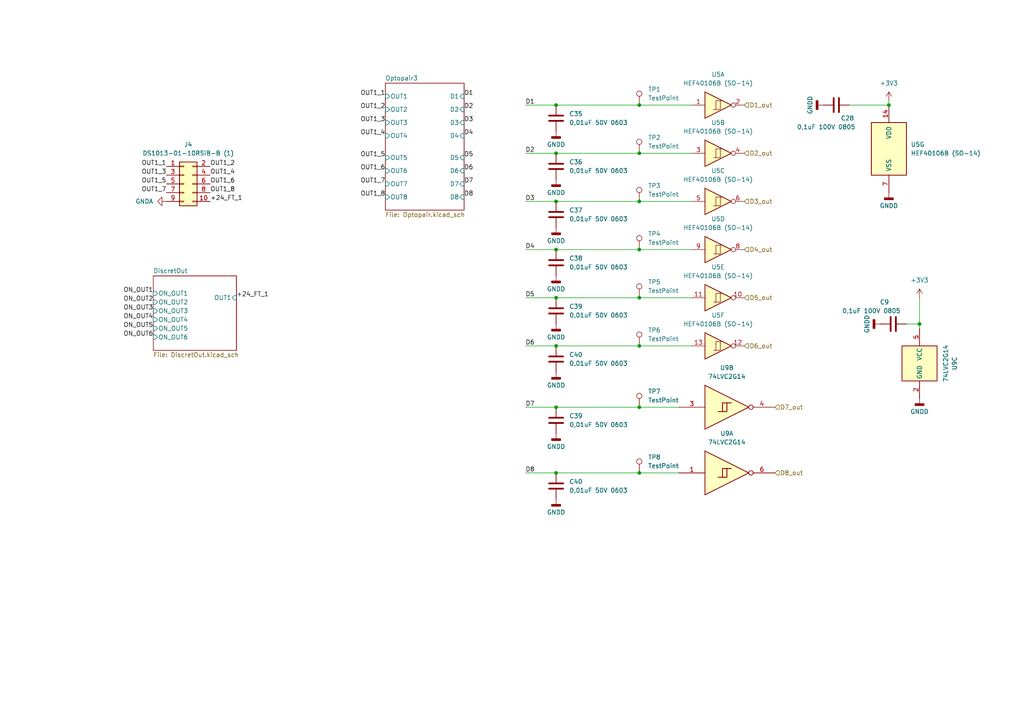
<source format=kicad_sch>
(kicad_sch (version 20230121) (generator eeschema)
  (paper "A4")
  (lib_symbols
    (symbol "4xxx:40106" (pin_names (offset 1.016))
      (property "Reference" "U" (at 0 1.27 0))
      (property "Value" "40106" (at 0 -1.27 0))
      (symbol "40106_1_0"
        (polyline (pts (xy -0.635 -1.27) (xy -0.635 1.27) (xy 0.635 1.27)))
        (polyline (pts (xy -3.81 3.81) (xy -3.81 -3.81) (xy 3.81 0) (xy -3.81 3.81)) (stroke (width 0.254)) (fill (type background)))
        (polyline (pts (xy -1.27 -1.27) (xy 0.635 -1.27) (xy 0.635 1.27) (xy 1.27 1.27)))
        (pin input line (at -7.62 0 0) (length 3.81) (name "~") (number "1"))
        (pin output inverted (at 7.62 0 180) (length 3.81) (name "~") (number "2"))
      )
      (symbol "40106_2_0"
        (polyline (pts (xy -0.635 -1.27) (xy -0.635 1.27) (xy 0.635 1.27)))
        (polyline (pts (xy -3.81 3.81) (xy -3.81 -3.81) (xy 3.81 0) (xy -3.81 3.81)) (stroke (width 0.254)) (fill (type background)))
        (polyline (pts (xy -1.27 -1.27) (xy 0.635 -1.27) (xy 0.635 1.27) (xy 1.27 1.27)))
        (pin input line (at -7.62 0 0) (length 3.81) (name "~") (number "3"))
        (pin output inverted (at 7.62 0 180) (length 3.81) (name "~") (number "4"))
      )
      (symbol "40106_3_0"
        (polyline (pts (xy -0.635 -1.27) (xy -0.635 1.27) (xy 0.635 1.27)))
        (polyline (pts (xy -3.81 3.81) (xy -3.81 -3.81) (xy 3.81 0) (xy -3.81 3.81)) (stroke (width 0.254)) (fill (type background)))
        (polyline (pts (xy -1.27 -1.27) (xy 0.635 -1.27) (xy 0.635 1.27) (xy 1.27 1.27)))
        (pin input line (at -7.62 0 0) (length 3.81) (name "~") (number "5"))
        (pin output inverted (at 7.62 0 180) (length 3.81) (name "~") (number "6"))
      )
      (symbol "40106_4_0"
        (polyline (pts (xy -0.635 -1.27) (xy -0.635 1.27) (xy 0.635 1.27)))
        (polyline (pts (xy -3.81 3.81) (xy -3.81 -3.81) (xy 3.81 0) (xy -3.81 3.81)) (stroke (width 0.254)) (fill (type background)))
        (polyline (pts (xy -1.27 -1.27) (xy 0.635 -1.27) (xy 0.635 1.27) (xy 1.27 1.27)))
        (pin output inverted (at 7.62 0 180) (length 3.81) (name "~") (number "8"))
        (pin input line (at -7.62 0 0) (length 3.81) (name "~") (number "9"))
      )
      (symbol "40106_5_0"
        (polyline (pts (xy -0.635 -1.27) (xy -0.635 1.27) (xy 0.635 1.27)))
        (polyline (pts (xy -3.81 3.81) (xy -3.81 -3.81) (xy 3.81 0) (xy -3.81 3.81)) (stroke (width 0.254)) (fill (type background)))
        (polyline (pts (xy -1.27 -1.27) (xy 0.635 -1.27) (xy 0.635 1.27) (xy 1.27 1.27)))
        (pin output inverted (at 7.62 0 180) (length 3.81) (name "~") (number "10"))
        (pin input line (at -7.62 0 0) (length 3.81) (name "~") (number "11"))
      )
      (symbol "40106_6_0"
        (polyline (pts (xy -0.635 -1.27) (xy -0.635 1.27) (xy 0.635 1.27)))
        (polyline (pts (xy -3.81 3.81) (xy -3.81 -3.81) (xy 3.81 0) (xy -3.81 3.81)) (stroke (width 0.254)) (fill (type background)))
        (polyline (pts (xy -1.27 -1.27) (xy 0.635 -1.27) (xy 0.635 1.27) (xy 1.27 1.27)))
        (pin output inverted (at 7.62 0 180) (length 3.81) (name "~") (number "12"))
        (pin input line (at -7.62 0 0) (length 3.81) (name "~") (number "13"))
      )
      (symbol "40106_7_0"
        (pin power_in line (at 0 12.7 270) (length 5.08) (name "VDD") (number "14"))
        (pin power_in line (at 0 -12.7 90) (length 5.08) (name "VSS") (number "7"))
      )
      (symbol "40106_7_1"
        (rectangle (start -5.08 7.62) (end 5.08 -7.62) (stroke (width 0.254)) (fill (type background)))
      )
    )
    (symbol "74xGxx:74LVC2G14"
      (property "Reference" "U" (at 0 7.62 0))
      (property "Value" "74LVC2G14" (at 2.54 -7.62 0))
      (symbol "74LVC2G14_1_1"
        (polyline (pts (xy -2.54 -1.27) (xy -1.27 -1.27) (xy -1.27 1.27)) (stroke (width 0.254)) (fill (type background)))
        (polyline (pts (xy -7.62 6.35) (xy -7.62 -6.35) (xy 5.08 0) (xy -7.62 6.35)) (stroke (width 0.254)) (fill (type background)))
        (polyline (pts (xy -3.81 -1.27) (xy -2.54 -1.27) (xy -2.54 1.27) (xy 0 1.27)) (stroke (width 0.254)) (fill (type background)))
        (pin input line (at -15.24 0 0) (length 7.62) (name "~") (number "1"))
        (pin output inverted (at 12.7 0 180) (length 7.62) (name "~") (number "6"))
      )
      (symbol "74LVC2G14_2_1"
        (polyline (pts (xy -2.54 -1.27) (xy -1.27 -1.27) (xy -1.27 1.27)) (stroke (width 0.254)) (fill (type background)))
        (polyline (pts (xy -7.62 6.35) (xy -7.62 -6.35) (xy 5.08 0) (xy -7.62 6.35)) (stroke (width 0.254)) (fill (type background)))
        (polyline (pts (xy -3.81 -1.27) (xy -2.54 -1.27) (xy -2.54 1.27) (xy 0 1.27)) (stroke (width 0.254)) (fill (type background)))
        (pin input line (at -15.24 0 0) (length 7.62) (name "~") (number "3"))
        (pin output inverted (at 12.7 0 180) (length 7.62) (name "~") (number "4"))
      )
      (symbol "74LVC2G14_3_0"
        (rectangle (start -5.08 -5.08) (end 5.08 5.08) (stroke (width 0.254)) (fill (type background)))
      )
      (symbol "74LVC2G14_3_1"
        (pin power_in line (at 0 -10.16 90) (length 5.08) (name "GND") (number "2"))
        (pin power_in line (at 0 10.16 270) (length 5.08) (name "VCC") (number "5"))
      )
    )
    (symbol "Connector:TestPoint" (pin_numbers hide) (pin_names (offset 0.762) hide)
      (property "Reference" "TP" (at 0 6.858 0))
      (property "Value" "TestPoint" (at 0 5.08 0))
      (symbol "TestPoint_0_1"
        (circle (center 0 3.302) (radius 0.762))
      )
      (symbol "TestPoint_1_1"
        (pin passive line (at 0 0 90) (length 2.54) (name "1") (number "1"))
      )
    )
    (symbol "Connector_Generic:Conn_02x05_Odd_Even" (pin_names (offset 1.016) hide)
      (property "Reference" "J" (at 1.27 7.62 0))
      (property "Value" "Conn_02x05_Odd_Even" (at 1.27 -7.62 0))
      (symbol "Conn_02x05_Odd_Even_1_1"
        (rectangle (start -1.27 -4.953) (end 0 -5.207) (stroke (width 0.1524)))
        (rectangle (start -1.27 -2.413) (end 0 -2.667) (stroke (width 0.1524)))
        (rectangle (start -1.27 0.127) (end 0 -0.127) (stroke (width 0.1524)))
        (rectangle (start -1.27 2.667) (end 0 2.413) (stroke (width 0.1524)))
        (rectangle (start -1.27 5.207) (end 0 4.953) (stroke (width 0.1524)))
        (rectangle (start -1.27 6.35) (end 3.81 -6.35) (stroke (width 0.254)) (fill (type background)))
        (rectangle (start 3.81 -4.953) (end 2.54 -5.207) (stroke (width 0.1524)))
        (rectangle (start 3.81 -2.413) (end 2.54 -2.667) (stroke (width 0.1524)))
        (rectangle (start 3.81 0.127) (end 2.54 -0.127) (stroke (width 0.1524)))
        (rectangle (start 3.81 2.667) (end 2.54 2.413) (stroke (width 0.1524)))
        (rectangle (start 3.81 5.207) (end 2.54 4.953) (stroke (width 0.1524)))
        (pin passive line (at -5.08 5.08 0) (length 3.81) (name "Pin_1") (number "1"))
        (pin passive line (at 7.62 -5.08 180) (length 3.81) (name "Pin_10") (number "10"))
        (pin passive line (at 7.62 5.08 180) (length 3.81) (name "Pin_2") (number "2"))
        (pin passive line (at -5.08 2.54 0) (length 3.81) (name "Pin_3") (number "3"))
        (pin passive line (at 7.62 2.54 180) (length 3.81) (name "Pin_4") (number "4"))
        (pin passive line (at -5.08 0 0) (length 3.81) (name "Pin_5") (number "5"))
        (pin passive line (at 7.62 0 180) (length 3.81) (name "Pin_6") (number "6"))
        (pin passive line (at -5.08 -2.54 0) (length 3.81) (name "Pin_7") (number "7"))
        (pin passive line (at 7.62 -2.54 180) (length 3.81) (name "Pin_8") (number "8"))
        (pin passive line (at -5.08 -5.08 0) (length 3.81) (name "Pin_9") (number "9"))
      )
    )
    (symbol "Device:C" (pin_numbers hide) (pin_names (offset 0.254))
      (property "Reference" "C" (at 0.635 2.54 0))
      (property "Value" "C" (at 0.635 -2.54 0))
      (symbol "C_0_1"
        (polyline (pts (xy -2.032 -0.762) (xy 2.032 -0.762)) (stroke (width 0.508)))
        (polyline (pts (xy -2.032 0.762) (xy 2.032 0.762)) (stroke (width 0.508)))
      )
      (symbol "C_1_1"
        (pin passive line (at 0 3.81 270) (length 2.794) (name "~") (number "1"))
        (pin passive line (at 0 -3.81 90) (length 2.794) (name "~") (number "2"))
      )
    )
    (symbol "PCM_4ms_Power-symbol:GNDA" (power) (pin_numbers hide) (pin_names (offset 0) hide)
      (property "Value" "GNDA" (at 0 -3.81 0))
      (symbol "GNDA_0_1"
        (polyline (pts (xy 0 0) (xy 0 -1.27) (xy 1.27 -1.27) (xy 0 -2.54) (xy -1.27 -1.27) (xy 0 -1.27)))
      )
      (symbol "GNDA_1_1"
        (pin power_in line (at 0 0 270) (length 0) hide (name "GNDA") (number "1"))
      )
    )
    (symbol "power:+3V3" (power) (pin_numbers hide) (pin_names (offset 0) hide)
      (property "Value" "+3V3" (at 0 3.556 0))
      (symbol "+3V3_0_1"
        (polyline (pts (xy -0.762 1.27) (xy 0 2.54)))
        (polyline (pts (xy 0 0) (xy 0 2.54)))
        (polyline (pts (xy 0 2.54) (xy 0.762 1.27)))
      )
      (symbol "+3V3_1_1"
        (pin power_in line (at 0 0 90) (length 0) hide (name "+3V3") (number "1"))
      )
    )
    (symbol "power:GNDD" (power) (pin_numbers hide) (pin_names (offset 0) hide)
      (property "Value" "GNDD" (at 0 -3.175 0))
      (symbol "GNDD_0_1"
        (rectangle (start -1.27 -1.524) (end 1.27 -2.032) (stroke (width 0.254)) (fill (type outline)))
        (polyline (pts (xy 0 0) (xy 0 -1.524)))
      )
      (symbol "GNDD_1_1"
        (pin power_in line (at 0 0 270) (length 0) hide (name "GNDD") (number "1"))
      )
    )
  )
  (junction (at 161.29 118.11))
  (junction (at 257.81 30.48))
  (junction (at 185.42 44.45))
  (junction (at 185.42 86.36))
  (junction (at 185.42 30.48))
  (junction (at 161.29 137.16))
  (junction (at 161.29 30.48))
  (junction (at 161.29 100.33))
  (junction (at 266.7 93.98))
  (junction (at 185.42 58.42))
  (junction (at 161.29 44.45))
  (junction (at 185.42 118.11))
  (junction (at 185.42 100.33))
  (junction (at 185.42 72.39))
  (junction (at 161.29 72.39))
  (junction (at 161.29 86.36))
  (junction (at 185.42 137.16))
  (junction (at 161.29 58.42))
  (wire (pts (xy 185.42 44.45) (xy 200.66 44.45)))
  (wire (pts (xy 185.42 30.48) (xy 200.66 30.48)))
  (wire (pts (xy 152.4 58.42) (xy 161.29 58.42)))
  (wire (pts (xy 185.42 100.33) (xy 200.66 100.33)))
  (wire (pts (xy 152.4 72.39) (xy 161.29 72.39)))
  (wire (pts (xy 152.4 44.45) (xy 161.29 44.45)))
  (wire (pts (xy 257.81 29.21) (xy 257.81 30.48)))
  (wire (pts (xy 196.85 118.11) (xy 185.42 118.11)))
  (wire (pts (xy 185.42 72.39) (xy 200.66 72.39)))
  (wire (pts (xy 161.29 86.36) (xy 185.42 86.36)))
  (wire (pts (xy 246.38 30.48) (xy 257.81 30.48)))
  (wire (pts (xy 161.29 118.11) (xy 152.4 118.11)))
  (wire (pts (xy 161.29 137.16) (xy 185.42 137.16)))
  (wire (pts (xy 161.29 44.45) (xy 185.42 44.45)))
  (wire (pts (xy 152.4 30.48) (xy 161.29 30.48)))
  (wire (pts (xy 152.4 86.36) (xy 161.29 86.36)))
  (wire (pts (xy 161.29 72.39) (xy 185.42 72.39)))
  (wire (pts (xy 262.89 93.98) (xy 266.7 93.98)))
  (wire (pts (xy 266.7 93.98) (xy 266.7 95.25)))
  (wire (pts (xy 185.42 137.16) (xy 196.85 137.16)))
  (wire (pts (xy 185.42 58.42) (xy 200.66 58.42)))
  (wire (pts (xy 152.4 100.33) (xy 161.29 100.33)))
  (wire (pts (xy 185.42 118.11) (xy 161.29 118.11)))
  (wire (pts (xy 152.4 137.16) (xy 161.29 137.16)))
  (wire (pts (xy 185.42 86.36) (xy 200.66 86.36)))
  (wire (pts (xy 161.29 100.33) (xy 185.42 100.33)))
  (wire (pts (xy 161.29 30.48) (xy 185.42 30.48)))
  (wire (pts (xy 161.29 58.42) (xy 185.42 58.42)))
  (wire (pts (xy 266.7 86.36) (xy 266.7 93.98)))
  (label "ON_OUT5" (at 44.45 95.25 180))
  (label "D8" (at 152.4 137.16 0))
  (label "D2" (at 152.4 44.45 0))
  (label "OUT1_5" (at 48.26 53.34 180))
  (label "OUT1_1" (at 111.76 27.94 180))
  (label "OUT1_6" (at 60.96 53.34 0))
  (label "D3" (at 134.62 35.56 0))
  (label "D1" (at 152.4 30.48 0))
  (label "ON_OUT2" (at 44.45 87.63 180))
  (label "ON_OUT4" (at 44.45 92.71 180))
  (label "+24_FT_1" (at 60.96 58.42 0))
  (label "OUT1_3" (at 111.76 35.56 180))
  (label "OUT1_4" (at 111.76 39.37 180))
  (label "D5" (at 152.4 86.36 0))
  (label "ON_OUT6" (at 44.45 97.79 180))
  (label "D7" (at 152.4 118.11 0))
  (label "OUT1_8" (at 60.96 55.88 0))
  (label "D4" (at 152.4 72.39 0))
  (label "OUT1_2" (at 111.76 31.75 180))
  (label "OUT1_3" (at 48.26 50.8 180))
  (label "OUT1_7" (at 111.76 53.34 180))
  (label "D4" (at 134.62 39.37 0))
  (label "OUT1_1" (at 48.26 48.26 180))
  (label "+24_FT_1" (at 68.58 86.36 0))
  (label "D5" (at 134.62 45.72 0))
  (label "ON_OUT1" (at 44.45 85.09 180))
  (label "D1" (at 134.62 27.94 0))
  (label "D3" (at 152.4 58.42 0))
  (label "OUT1_6" (at 111.76 49.53 180))
  (label "D6" (at 134.62 49.53 0))
  (label "OUT1_4" (at 60.96 50.8 0))
  (label "D8" (at 134.62 57.15 0))
  (label "OUT1_2" (at 60.96 48.26 0))
  (label "ON_OUT3" (at 44.45 90.17 180))
  (label "D2" (at 134.62 31.75 0))
  (label "OUT1_7" (at 48.26 55.88 180))
  (label "OUT1_8" (at 111.76 57.15 180))
  (label "OUT1_5" (at 111.76 45.72 180))
  (label "D6" (at 152.4 100.33 0))
  (label "D7" (at 134.62 53.34 0))
  (hierarchical_label "D7_out" (shape input) (at 224.79 118.11 0))
  (hierarchical_label "D3_out" (shape input) (at 215.9 58.42 0))
  (hierarchical_label "D6_out" (shape input) (at 215.9 100.33 0))
  (hierarchical_label "D8_out" (shape input) (at 224.79 137.16 0))
  (hierarchical_label "D2_out" (shape input) (at 215.9 44.45 0))
  (hierarchical_label "D5_out" (shape input) (at 215.9 86.36 0))
  (hierarchical_label "D1_out" (shape input) (at 215.9 30.48 0))
  (hierarchical_label "D4_out" (shape input) (at 215.9 72.39 0))
  (symbol (lib_id "Connector:TestPoint") (at 185.42 100.33 0) (unit 1)
    (property "Reference" "TP19" (at 187.96 95.758 0) (effects (justify left)))
    (property "Value" "TestPoint" (at 187.96 98.298 0) (effects (justify left)))
    (property "Footprint" "PCM_4ms_TestPoint:TestPoint_D1" (effects hide))
    (instances (project "Плата дискретных входов" (path "" (reference "TP6") (unit 1))))
  )
  (symbol (lib_id "power:GNDD") (at 161.29 80.01 0) (unit 1)
    (property "Reference" "#PWR048" (effects hide))
    (property "Value" "GNDD" (at 161.29 83.82 0))
    (instances (project "Плата дискретных входов" (path "" (reference "#PWR048") (unit 1)) (path "" (reference "#PWR060") (unit 1)) (path "" (reference "#PWR0127") (unit 1)) (path "" (reference "#PWR0175") (unit 1))))
  )
  (symbol (lib_id "Connector:TestPoint") (at 185.42 58.42 0) (unit 1)
    (property "Reference" "TP18" (at 187.96 53.848 0) (effects (justify left)))
    (property "Value" "TestPoint" (at 187.96 56.388 0) (effects (justify left)))
    (property "Footprint" "PCM_4ms_TestPoint:TestPoint_D1" (effects hide))
    (instances (project "Плата дискретных входов" (path "" (reference "TP3") (unit 1))))
  )
  (symbol (lib_id "74xGxx:74LVC2G14") (at 266.7 105.41 0) (unit 3)
    (property "Reference" "U8" (at 276.86 105.41 90))
    (property "Value" "74LVC2G14" (at 274.32 105.41 90))
    (property "Footprint" "Package_TO_SOT_SMD:SOT-23-6" (effects hide))
    (property "Datasheet" "https://www.ti.com/lit/ds/symlink/sn74lvc2g14.pdf" (effects hide))
    (instances (project "Плата дискретных входов" (path "" (reference "U9") (unit 3))))
  )
  (symbol (lib_id "Connector:TestPoint") (at 185.42 86.36 0) (unit 1)
    (property "Reference" "TP18" (at 187.96 81.788 0) (effects (justify left)))
    (property "Value" "TestPoint" (at 187.96 84.328 0) (effects (justify left)))
    (property "Footprint" "PCM_4ms_TestPoint:TestPoint_D1" (effects hide))
    (instances (project "Плата дискретных входов" (path "" (reference "TP5") (unit 1))))
  )
  (symbol (lib_id "Device:C") (at 161.29 48.26 0) (unit 1)
    (property "Reference" "C36" (at 165.1 46.99 0) (effects (justify left)))
    (property "Value" "0,01uF 50V 0603" (at 165.1 49.53 0) (effects (justify left)))
    (property "Footprint" "PCM_Capacitor_SMD_US_Handsoldering_AKL:C_0603_1608Metric_Pad1.08x0.95mm" (effects hide))
    (instances (project "Плата дискретных входов" (path "" (reference "C36") (unit 1)) (path "" (reference "C64") (unit 1))))
  )
  (symbol (lib_id "Device:C") (at 242.57 30.48 270) (unit 1)
    (property "Reference" "C28" (at 243.84 34.29 90) (effects (justify left)))
    (property "Value" "0,1uF 100V 0805" (at 231.14 36.83 90) (effects (justify left)))
    (property "Footprint" "PCM_Resistor_SMD_AKL:R_0805_2012Metric_Pad1.20x1.40mm_HandSolder" (effects hide))
    (instances (project "Плата дискретных входов" (path "" (reference "C28") (unit 1)) (path "" (reference "C32") (unit 1)) (path "" (reference "C69") (unit 1))) (project "Плата фото светодиоды" (path "" (reference "C30") (unit 1))))
  )
  (symbol (lib_id "Device:C") (at 259.08 93.98 90) (unit 1)
    (property "Reference" "C9" (at 256.54 87.63 90))
    (property "Value" "0,1uF 100V 0805" (at 252.73 90.17 90))
    (property "Footprint" "PCM_Capacitor_SMD_AKL:C_0805_2012Metric_Pad1.18x1.45mm_HandSolder" (effects hide))
    (instances (project "Плата дискретных входов" (path "" (reference "C9") (unit 1)) (path "" (reference "C70") (unit 1))))
  )
  (symbol (lib_id "power:+3V3") (at 257.81 29.21 0) (unit 1)
    (property "Reference" "#PWR034" (effects hide))
    (property "Value" "+3V3" (at 257.81 24.13 0))
    (instances (project "Плата дискретных входов" (path "" (reference "#PWR034") (unit 1)) (path "" (reference "#PWR040") (unit 1)) (path "" (reference "#PWR0100") (unit 1)) (path "" (reference "#PWR083") (unit 1)) (path "" (reference "#PWR0178") (unit 1))))
  )
  (symbol (lib_id "power:GNDD") (at 161.29 93.98 0) (unit 1)
    (property "Reference" "#PWR048" (effects hide))
    (property "Value" "GNDD" (at 161.29 97.79 0))
    (instances (project "Плата дискретных входов" (path "" (reference "#PWR048") (unit 1)) (path "" (reference "#PWR060") (unit 1)) (path "" (reference "#PWR0128") (unit 1)) (path "" (reference "#PWR0176") (unit 1))))
  )
  (symbol (lib_id "74xGxx:74LVC2G14") (at 212.09 118.11 0) (unit 2)
    (property "Reference" "U8" (at 210.82 106.68 0))
    (property "Value" "74LVC2G14" (at 210.82 109.22 0))
    (property "Footprint" "Package_TO_SOT_SMD:SOT-23-6" (effects hide))
    (property "Datasheet" "https://www.ti.com/lit/ds/symlink/sn74lvc2g14.pdf" (effects hide))
    (instances (project "Плата дискретных входов" (path "" (reference "U9") (unit 2))))
  )
  (symbol (lib_id "power:GNDD") (at 266.7 115.57 0) (unit 1)
    (property "Reference" "#PWR047" (effects hide))
    (property "Value" "GNDD" (at 266.7 119.38 0))
    (instances (project "Плата дискретных входов" (path "" (reference "#PWR047") (unit 1)) (path "" (reference "#PWR0183") (unit 1))))
  )
  (symbol (lib_id "power:GNDD") (at 161.29 144.78 0) (unit 1)
    (property "Reference" "#PWR048" (effects hide))
    (property "Value" "GNDD" (at 161.29 148.59 0))
    (instances (project "Плата дискретных входов" (path "" (reference "#PWR048") (unit 1)) (path "" (reference "#PWR060") (unit 1)) (path "" (reference "#PWR0129") (unit 1)) (path "" (reference "#PWR0185") (unit 1))))
  )
  (symbol (lib_id "4xxx:40106") (at 208.28 72.39 0) (unit 4)
    (property "Reference" "U5" (at 208.28 63.5 0))
    (property "Value" "HEF40106B (SO-14)" (at 208.28 66.04 0))
    (property "Footprint" "Package_SO:SO-14_3.9x8.65mm_P1.27mm" (effects hide))
    (property "Datasheet" "https://assets.nexperia.com/documents/data-sheet/HEF40106B.pdf" (effects hide))
    (instances (project "Плата дискретных входов" (path "" (reference "U5") (unit 4)) (path "" (reference "U8") (unit 4))))
  )
  (symbol (lib_id "Connector_Generic:Conn_02x05_Odd_Even") (at 53.34 53.34 0) (unit 1)
    (property "Reference" "J4" (at 54.61 41.91 0))
    (property "Value" "DS1013-01-10RSiB-B (1)" (at 54.61 44.45 0))
    (property "Footprint" "Connector_IDC:IDC-Header_2x05_P2.54mm_Horizontal" (effects hide))
    (instances (project "Плата дискретных входов" (path "" (reference "J4") (unit 1)) (path "" (reference "J8") (unit 1))))
  )
  (symbol (lib_id "power:GNDD") (at 161.29 107.95 0) (unit 1)
    (property "Reference" "#PWR048" (effects hide))
    (property "Value" "GNDD" (at 161.29 111.76 0))
    (instances (project "Плата дискретных входов" (path "" (reference "#PWR048") (unit 1)) (path "" (reference "#PWR060") (unit 1)) (path "" (reference "#PWR0129") (unit 1)) (path "" (reference "#PWR0177") (unit 1))))
  )
  (symbol (lib_id "4xxx:40106") (at 208.28 44.45 0) (unit 2)
    (property "Reference" "U5" (at 208.28 35.56 0))
    (property "Value" "HEF40106B (SO-14)" (at 208.28 38.1 0))
    (property "Footprint" "Package_SO:SO-14_3.9x8.65mm_P1.27mm" (effects hide))
    (property "Datasheet" "https://assets.nexperia.com/documents/data-sheet/HEF40106B.pdf" (effects hide))
    (instances (project "Плата дискретных входов" (path "" (reference "U5") (unit 2)) (path "" (reference "U8") (unit 2))))
  )
  (symbol (lib_id "PCM_4ms_Power-symbol:GNDA") (at 48.26 58.42 270) (unit 1)
    (property "Reference" "#PWR048" (effects hide))
    (property "Value" "GNDA" (at 44.45 58.42 90) (effects (justify right)))
    (instances (project "Плата дискретных входов" (path "" (reference "#PWR048") (unit 1)) (path "" (reference "#PWR0170") (unit 1))) (project "Плата фото светодиоды" (path "" (reference "#PWR03") (unit 1))))
  )
  (symbol (lib_id "Connector:TestPoint") (at 185.42 30.48 0) (unit 1)
    (property "Reference" "TP18" (at 187.96 25.908 0) (effects (justify left)))
    (property "Value" "TestPoint" (at 187.96 28.448 0) (effects (justify left)))
    (property "Footprint" "PCM_4ms_TestPoint:TestPoint_D1" (effects hide))
    (instances (project "Плата дискретных входов" (path "" (reference "TP1") (unit 1))))
  )
  (symbol (lib_id "Connector:TestPoint") (at 185.42 118.11 0) (unit 1)
    (property "Reference" "TP18" (at 187.96 113.538 0) (effects (justify left)))
    (property "Value" "TestPoint" (at 187.96 116.078 0) (effects (justify left)))
    (property "Footprint" "PCM_4ms_TestPoint:TestPoint_D1" (effects hide))
    (instances (project "Плата дискретных входов" (path "" (reference "TP7") (unit 1))))
  )
  (symbol (lib_id "Device:C") (at 161.29 90.17 0) (unit 1)
    (property "Reference" "C39" (at 165.1 88.9 0) (effects (justify left)))
    (property "Value" "0,01uF 50V 0603" (at 165.1 91.44 0) (effects (justify left)))
    (property "Footprint" "PCM_Capacitor_SMD_US_Handsoldering_AKL:C_0603_1608Metric_Pad1.08x0.95mm" (effects hide))
    (instances (project "Плата дискретных входов" (path "" (reference "C39") (unit 1)) (path "" (reference "C67") (unit 1))))
  )
  (symbol (lib_id "4xxx:40106") (at 208.28 86.36 0) (unit 5)
    (property "Reference" "U5" (at 208.28 77.47 0))
    (property "Value" "HEF40106B (SO-14)" (at 208.28 80.01 0))
    (property "Footprint" "Package_SO:SO-14_3.9x8.65mm_P1.27mm" (effects hide))
    (property "Datasheet" "https://assets.nexperia.com/documents/data-sheet/HEF40106B.pdf" (effects hide))
    (instances (project "Плата дискретных входов" (path "" (reference "U5") (unit 5)) (path "" (reference "U8") (unit 5))))
  )
  (symbol (lib_id "Device:C") (at 161.29 104.14 0) (unit 1)
    (property "Reference" "C40" (at 165.1 102.87 0) (effects (justify left)))
    (property "Value" "0,01uF 50V 0603" (at 165.1 105.41 0) (effects (justify left)))
    (property "Footprint" "PCM_Capacitor_SMD_US_Handsoldering_AKL:C_0603_1608Metric_Pad1.08x0.95mm" (effects hide))
    (instances (project "Плата дискретных входов" (path "" (reference "C40") (unit 1)) (path "" (reference "C68") (unit 1))))
  )
  (symbol (lib_id "Device:C") (at 161.29 121.92 0) (unit 1)
    (property "Reference" "C39" (at 165.1 120.65 0) (effects (justify left)))
    (property "Value" "0,01uF 50V 0603" (at 165.1 123.19 0) (effects (justify left)))
    (property "Footprint" "PCM_Capacitor_SMD_US_Handsoldering_AKL:C_0603_1608Metric_Pad1.08x0.95mm" (effects hide))
    (instances (project "Плата дискретных входов" (path "" (reference "C39") (unit 1)) (path "" (reference "C71") (unit 1))))
  )
  (symbol (lib_id "Connector:TestPoint") (at 185.42 44.45 0) (unit 1)
    (property "Reference" "TP19" (at 187.96 39.878 0) (effects (justify left)))
    (property "Value" "TestPoint" (at 187.96 42.418 0) (effects (justify left)))
    (property "Footprint" "PCM_4ms_TestPoint:TestPoint_D1" (effects hide))
    (instances (project "Плата дискретных входов" (path "" (reference "TP2") (unit 1))))
  )
  (symbol (lib_id "4xxx:40106") (at 257.81 43.18 0) (unit 7)
    (property "Reference" "U5" (at 264.16 41.91 0) (effects (justify left)))
    (property "Value" "HEF40106B (SO-14)" (at 264.16 44.45 0) (effects (justify left)))
    (property "Footprint" "Package_SO:SO-14_3.9x8.65mm_P1.27mm" (effects hide))
    (property "Datasheet" "https://assets.nexperia.com/documents/data-sheet/HEF40106B.pdf" (effects hide))
    (instances (project "Плата дискретных входов" (path "" (reference "U5") (unit 7)) (path "" (reference "U8") (unit 7))))
  )
  (symbol (lib_id "4xxx:40106") (at 208.28 58.42 0) (unit 3)
    (property "Reference" "U5" (at 208.28 49.53 0))
    (property "Value" "HEF40106B (SO-14)" (at 208.28 52.07 0))
    (property "Footprint" "Package_SO:SO-14_3.9x8.65mm_P1.27mm" (effects hide))
    (property "Datasheet" "https://assets.nexperia.com/documents/data-sheet/HEF40106B.pdf" (effects hide))
    (instances (project "Плата дискретных входов" (path "" (reference "U5") (unit 3)) (path "" (reference "U8") (unit 3))))
  )
  (symbol (lib_id "Connector:TestPoint") (at 185.42 137.16 0) (unit 1)
    (property "Reference" "TP19" (at 187.96 132.588 0) (effects (justify left)))
    (property "Value" "TestPoint" (at 187.96 135.128 0) (effects (justify left)))
    (property "Footprint" "PCM_4ms_TestPoint:TestPoint_D1" (effects hide))
    (instances (project "Плата дискретных входов" (path "" (reference "TP8") (unit 1))))
  )
  (symbol (lib_id "Device:C") (at 161.29 62.23 0) (unit 1)
    (property "Reference" "C37" (at 165.1 60.96 0) (effects (justify left)))
    (property "Value" "0,01uF 50V 0603" (at 165.1 63.5 0) (effects (justify left)))
    (property "Footprint" "PCM_Capacitor_SMD_US_Handsoldering_AKL:C_0603_1608Metric_Pad1.08x0.95mm" (effects hide))
    (instances (project "Плата дискретных входов" (path "" (reference "C37") (unit 1)) (path "" (reference "C65") (unit 1))))
  )
  (symbol (lib_id "4xxx:40106") (at 208.28 30.48 0) (unit 1)
    (property "Reference" "U5" (at 208.28 21.59 0))
    (property "Value" "HEF40106B (SO-14)" (at 208.28 24.13 0))
    (property "Footprint" "Package_SO:SO-14_3.9x8.65mm_P1.27mm" (effects hide))
    (property "Datasheet" "https://assets.nexperia.com/documents/data-sheet/HEF40106B.pdf" (effects hide))
    (instances (project "Плата дискретных входов" (path "" (reference "U5") (unit 1)) (path "" (reference "U8") (unit 1))))
  )
  (symbol (lib_id "74xGxx:74LVC2G14") (at 212.09 137.16 0) (unit 1)
    (property "Reference" "U8" (at 210.82 125.73 0))
    (property "Value" "74LVC2G14" (at 210.82 128.27 0))
    (property "Footprint" "Package_TO_SOT_SMD:SOT-23-6" (effects hide))
    (property "Datasheet" "https://www.ti.com/lit/ds/symlink/sn74lvc2g14.pdf" (effects hide))
    (instances (project "Плата дискретных входов" (path "" (reference "U9") (unit 1))))
  )
  (symbol (lib_id "power:GNDD") (at 161.29 52.07 0) (unit 1)
    (property "Reference" "#PWR048" (effects hide))
    (property "Value" "GNDD" (at 161.29 55.88 0))
    (instances (project "Плата дискретных входов" (path "" (reference "#PWR048") (unit 1)) (path "" (reference "#PWR060") (unit 1)) (path "" (reference "#PWR0125") (unit 1)) (path "" (reference "#PWR0173") (unit 1))))
  )
  (symbol (lib_id "Device:C") (at 161.29 76.2 0) (unit 1)
    (property "Reference" "C38" (at 165.1 74.93 0) (effects (justify left)))
    (property "Value" "0,01uF 50V 0603" (at 165.1 77.47 0) (effects (justify left)))
    (property "Footprint" "PCM_Capacitor_SMD_US_Handsoldering_AKL:C_0603_1608Metric_Pad1.08x0.95mm" (effects hide))
    (instances (project "Плата дискретных входов" (path "" (reference "C38") (unit 1)) (path "" (reference "C66") (unit 1))))
  )
  (symbol (lib_id "Device:C") (at 161.29 34.29 0) (unit 1)
    (property "Reference" "C35" (at 165.1 33.02 0) (effects (justify left)))
    (property "Value" "0,01uF 50V 0603" (at 165.1 35.56 0) (effects (justify left)))
    (property "Footprint" "PCM_Capacitor_SMD_US_Handsoldering_AKL:C_0603_1608Metric_Pad1.08x0.95mm" (effects hide))
    (instances (project "Плата дискретных входов" (path "" (reference "C35") (unit 1)) (path "" (reference "C63") (unit 1))))
  )
  (symbol (lib_id "power:GNDD") (at 161.29 125.73 0) (unit 1)
    (property "Reference" "#PWR048" (effects hide))
    (property "Value" "GNDD" (at 161.29 129.54 0))
    (instances (project "Плата дискретных входов" (path "" (reference "#PWR048") (unit 1)) (path "" (reference "#PWR060") (unit 1)) (path "" (reference "#PWR0128") (unit 1)) (path "" (reference "#PWR0184") (unit 1))))
  )
  (symbol (lib_id "power:GNDD") (at 238.76 30.48 270) (unit 1)
    (property "Reference" "#PWR048" (effects hide))
    (property "Value" "GNDD" (at 234.95 30.48 0))
    (instances (project "Плата дискретных входов" (path "" (reference "#PWR048") (unit 1)) (path "" (reference "#PWR060") (unit 1)) (path "" (reference "#PWR077") (unit 1)) (path "" (reference "#PWR0179") (unit 1))))
  )
  (symbol (lib_id "power:GNDD") (at 257.81 55.88 0) (unit 1)
    (property "Reference" "#PWR048" (effects hide))
    (property "Value" "GNDD" (at 257.81 59.69 0))
    (instances (project "Плата дискретных входов" (path "" (reference "#PWR048") (unit 1)) (path "" (reference "#PWR060") (unit 1)) (path "" (reference "#PWR080") (unit 1)) (path "" (reference "#PWR0180") (unit 1))))
  )
  (symbol (lib_id "Device:C") (at 161.29 140.97 0) (unit 1)
    (property "Reference" "C40" (at 165.1 139.7 0) (effects (justify left)))
    (property "Value" "0,01uF 50V 0603" (at 165.1 142.24 0) (effects (justify left)))
    (property "Footprint" "PCM_Capacitor_SMD_US_Handsoldering_AKL:C_0603_1608Metric_Pad1.08x0.95mm" (effects hide))
    (instances (project "Плата дискретных входов" (path "" (reference "C40") (unit 1)) (path "" (reference "C72") (unit 1))))
  )
  (symbol (lib_id "power:+3V3") (at 266.7 86.36 0) (unit 1)
    (property "Reference" "#PWR034" (effects hide))
    (property "Value" "+3V3" (at 266.7 81.28 0))
    (instances (project "Плата дискретных входов" (path "" (reference "#PWR034") (unit 1)) (path "" (reference "#PWR0181") (unit 1))))
  )
  (symbol (lib_id "Connector:TestPoint") (at 185.42 72.39 0) (unit 1)
    (property "Reference" "TP19" (at 187.96 67.818 0) (effects (justify left)))
    (property "Value" "TestPoint" (at 187.96 70.358 0) (effects (justify left)))
    (property "Footprint" "PCM_4ms_TestPoint:TestPoint_D1" (effects hide))
    (instances (project "Плата дискретных входов" (path "" (reference "TP4") (unit 1))))
  )
  (symbol (lib_id "power:GNDD") (at 161.29 38.1 0) (unit 1)
    (property "Reference" "#PWR048" (effects hide))
    (property "Value" "GNDD" (at 161.29 41.91 0))
    (instances (project "Плата дискретных входов" (path "" (reference "#PWR048") (unit 1)) (path "" (reference "#PWR060") (unit 1)) (path "" (reference "#PWR0124") (unit 1)) (path "" (reference "#PWR0172") (unit 1))))
  )
  (symbol (lib_id "power:GNDD") (at 255.27 93.98 270) (unit 1)
    (property "Reference" "#PWR019" (effects hide))
    (property "Value" "GNDD" (at 251.46 93.98 0))
    (instances (project "Плата дискретных входов" (path "" (reference "#PWR019") (unit 1)) (path "" (reference "#PWR0182") (unit 1))))
  )
  (symbol (lib_id "power:GNDD") (at 161.29 66.04 0) (unit 1)
    (property "Reference" "#PWR048" (effects hide))
    (property "Value" "GNDD" (at 161.29 69.85 0))
    (instances (project "Плата дискретных входов" (path "" (reference "#PWR048") (unit 1)) (path "" (reference "#PWR060") (unit 1)) (path "" (reference "#PWR0126") (unit 1)) (path "" (reference "#PWR0174") (unit 1))))
  )
  (symbol (lib_id "4xxx:40106") (at 208.28 100.33 0) (unit 6)
    (property "Reference" "U5" (at 208.28 91.44 0))
    (property "Value" "HEF40106B (SO-14)" (at 208.28 93.98 0))
    (property "Footprint" "Package_SO:SO-14_3.9x8.65mm_P1.27mm" (effects hide))
    (property "Datasheet" "https://assets.nexperia.com/documents/data-sheet/HEF40106B.pdf" (effects hide))
    (instances (project "Плата дискретных входов" (path "" (reference "U5") (unit 6)) (path "" (reference "U8") (unit 6))))
  )
  (sheet (at 111.76 24.13) (size 22.86 36.83) (stroke (width 0.1524))
    (property "Sheetname" "Optopair3" (at 111.76 23.4184 0) (effects (justify left bottom)))
    (property "Sheetfile" "Optopair.kicad_sch" (at 111.76 61.5446 0) (effects (justify left top)))
    (pin "OUT2" input (at 111.76 31.75 180))
    (pin "OUT1" input (at 111.76 27.94 180))
    (pin "OUT3" input (at 111.76 35.56 180))
    (pin "OUT4" input (at 111.76 39.37 180))
    (pin "OUT6" input (at 111.76 49.53 180))
    (pin "OUT7" input (at 111.76 53.34 180))
    (pin "OUT5" input (at 111.76 45.72 180))
    (pin "OUT8" input (at 111.76 57.15 180))
    (pin "D5" input (at 134.62 45.72 0))
    (pin "D6" input (at 134.62 49.53 0))
    (pin "D7" input (at 134.62 53.34 0))
    (pin "D8" input (at 134.62 57.15 0))
    (pin "D1" input (at 134.62 27.94 0))
    (pin "D2" input (at 134.62 31.75 0))
    (pin "D3" input (at 134.62 35.56 0))
    (pin "D4" input (at 134.62 39.37 0))
  )
  (sheet (at 44.45 80.01) (size 24.13 21.59) (stroke (width 0.1524))
    (property "Sheetname" "DiscretOut" (at 44.45 79.2984 0) (effects (justify left bottom)))
    (property "Sheetfile" "DiscretOut.kicad_sch" (at 44.45 102.1846 0) (effects (justify left top)))
    (pin "ON_OUT3" input (at 44.45 90.17 180))
    (pin "ON_OUT6" input (at 44.45 97.79 180))
    (pin "ON_OUT4" input (at 44.45 92.71 180))
    (pin "ON_OUT2" input (at 44.45 87.63 180))
    (pin "ON_OUT5" input (at 44.45 95.25 180))
    (pin "ON_OUT1" input (at 44.45 85.09 180))
    (pin "OUT1" input (at 68.58 86.36 0))
  )
)
</source>
